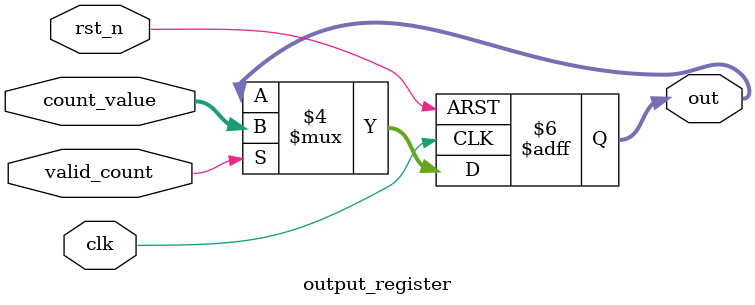
<source format=v>
`timescale 1ns/1ps

module verified_counter_12 (
    input rst_n,
    input clk,
    input valid_count,
    output [3:0] out
);

    // Internal signal for counting
    wire [3:0] count_value;

    // Instance of the counter logic module
    counter_logic u_counter_logic (
        .rst_n(rst_n),
        .clk(clk),
        .valid_count(valid_count),
        .count_value(count_value)
    );

    // Instance of the output register module
    output_register u_output_register (
        .rst_n(rst_n),
        .clk(clk),
        .valid_count(valid_count),
        .count_value(count_value),
        .out(out)
    );

endmodule

// Counter logic module
module counter_logic (
    input rst_n,
    input clk,
    input valid_count,
    output reg [3:0] count_value
);

    always @(posedge clk or negedge rst_n) begin
        if (!rst_n) begin
            count_value <= 4'b0000;
        end else if (valid_count) begin
            if (count_value == 4'd11) begin
                count_value <= 4'b0000;
            end else begin
                count_value <= count_value + 1;
            end
        end
    end

endmodule

// Output register module
module output_register (
    input rst_n,
    input clk,
    input valid_count,
    input [3:0] count_value,
    output reg [3:0] out
);

    always @(posedge clk or negedge rst_n) begin
        if (!rst_n) begin
            out <= 4'b0000;
        end else if (valid_count) begin
            out <= count_value;
        end else begin
            out <= out; // Pause the count when valid_count is invalid
        end
    end

endmodule
</source>
